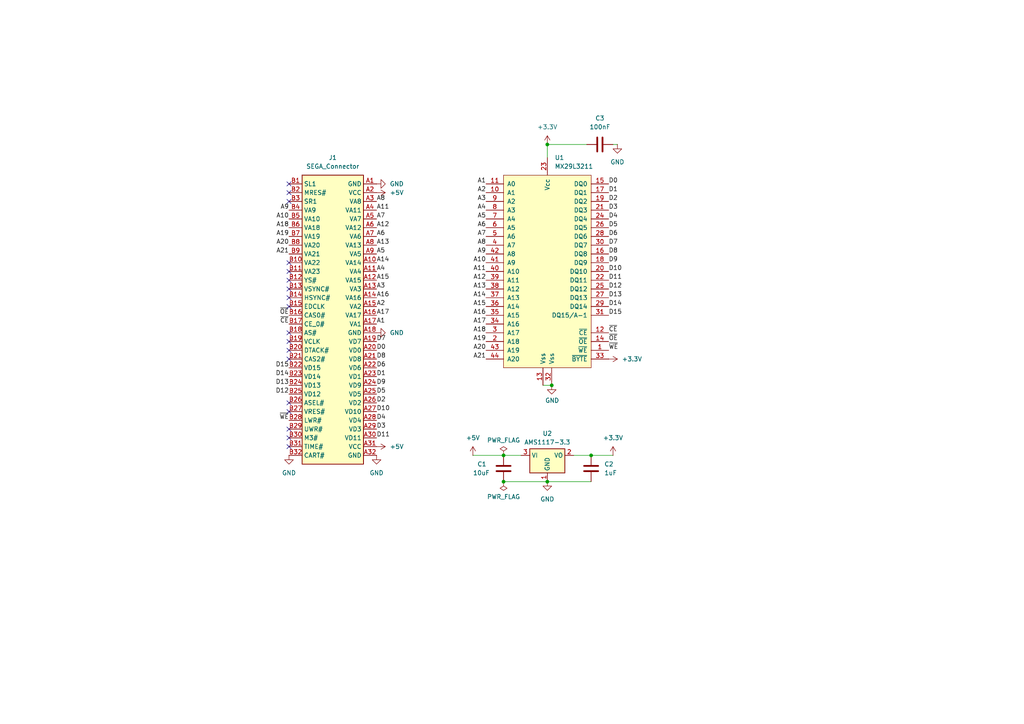
<source format=kicad_sch>
(kicad_sch (version 20250114) (generator "eeschema") (generator_version "9.0")
  (paper "A4")
  (title_block (title "SEGA MD Cart SOP") (date "2026-02-10") (company "JRBVZ"))
  (lib_symbols
    (symbol "Device:C" (pin_numbers (hide yes)) (pin_names (offset 0.254))
      (property "Reference" "C" (at 0.635 2.54 0))
      (property "Value" "C" (at 0.635 -2.54 0))
      (symbol "C_0_1"
        (polyline (pts (xy -2.032 0.762) (xy 2.032 0.762)) (stroke (width 0.508)))
        (polyline (pts (xy -2.032 -0.762) (xy 2.032 -0.762)) (stroke (width 0.508)))
      )
      (symbol "C_1_1"
        (pin passive line (at 0 3.81 270) (length 2.794) (name "~") (number "1"))
        (pin passive line (at 0 -3.81 90) (length 2.794) (name "~") (number "2"))
      )
    )
    (symbol "Regulator_Linear:AMS1117-3.3"
      (property "Reference" "U" (at -3.81 3.175 0))
      (property "Value" "AMS1117-3.3" (at 0 3.175 0))
      (symbol "AMS1117-3.3_0_1"
        (rectangle (start -5.08 -5.08) (end 5.08 1.905) (stroke (width 0.254)) (fill (type background)))
      )
      (symbol "AMS1117-3.3_1_1"
        (pin power_in line (at -7.62 0 0) (length 2.54) (name "VI") (number "3"))
        (pin power_in line (at 0 -7.62 90) (length 2.54) (name "GND") (number "1"))
        (pin power_out line (at 7.62 0 180) (length 2.54) (name "VO") (number "2"))
      )
    )
    (symbol "SEGAv2:MX29L3211" (pin_names (offset 1.016))
      (property "Reference" "U" (at -11.684 19.05 0))
      (property "Value" "MX29L3211" (at 7.112 19.05 0))
      (symbol "MX29L3211_0_1"
        (rectangle (start -12.7 17.78) (end 12.7 -38.1) (fill (type background)))
      )
      (symbol "MX29L3211_1_1"
        (pin input line (at -17.78 15.24 0) (length 5.08) (name "A0") (number "11"))
        (pin input line (at -17.78 12.7 0) (length 5.08) (name "A1") (number "10"))
        (pin input line (at -17.78 10.16 0) (length 5.08) (name "A2") (number "9"))
        (pin input line (at -17.78 7.62 0) (length 5.08) (name "A3") (number "8"))
        (pin input line (at -17.78 5.08 0) (length 5.08) (name "A4") (number "7"))
        (pin input line (at -17.78 2.54 0) (length 5.08) (name "A5") (number "6"))
        (pin input line (at -17.78 0 0) (length 5.08) (name "A6") (number "5"))
        (pin input line (at -17.78 -2.54 0) (length 5.08) (name "A7") (number "4"))
        (pin input line (at -17.78 -5.08 0) (length 5.08) (name "A8") (number "42"))
        (pin input line (at -17.78 -7.62 0) (length 5.08) (name "A9") (number "41"))
        (pin input line (at -17.78 -10.16 0) (length 5.08) (name "A10") (number "40"))
        (pin input line (at -17.78 -12.7 0) (length 5.08) (name "A11") (number "39"))
        (pin input line (at -17.78 -15.24 0) (length 5.08) (name "A12") (number "38"))
        (pin input line (at -17.78 -17.78 0) (length 5.08) (name "A13") (number "37"))
        (pin input line (at -17.78 -20.32 0) (length 5.08) (name "A14") (number "36"))
        (pin input line (at -17.78 -22.86 0) (length 5.08) (name "A15") (number "35"))
        (pin input line (at -17.78 -25.4 0) (length 5.08) (name "A16") (number "34"))
        (pin input line (at -17.78 -27.94 0) (length 5.08) (name "A17") (number "3"))
        (pin input line (at -17.78 -30.48 0) (length 5.08) (name "A18") (number "2"))
        (pin input line (at -17.78 -33.02 0) (length 5.08) (name "A19") (number "43"))
        (pin input line (at -17.78 -35.56 0) (length 5.08) (name "A20") (number "44"))
        (pin power_in line (at -1.27 -43.18 90) (length 5.08) (name "Vss") (number "13"))
        (pin power_in line (at 0 22.86 270) (length 5.08) (name "Vcc") (number "23"))
        (pin power_in line (at 1.27 -43.18 90) (length 5.08) (name "Vss") (number "32"))
        (pin bidirectional line (at 17.78 15.24 180) (length 5.08) (name "DQ0") (number "15"))
        (pin bidirectional line (at 17.78 12.7 180) (length 5.08) (name "DQ1") (number "17"))
        (pin bidirectional line (at 17.78 10.16 180) (length 5.08) (name "DQ2") (number "19"))
        (pin bidirectional line (at 17.78 7.62 180) (length 5.08) (name "DQ3") (number "21"))
        (pin bidirectional line (at 17.78 5.08 180) (length 5.08) (name "DQ4") (number "24"))
        (pin bidirectional line (at 17.78 2.54 180) (length 5.08) (name "DQ5") (number "26"))
        (pin bidirectional line (at 17.78 0 180) (length 5.08) (name "DQ6") (number "28"))
        (pin bidirectional line (at 17.78 -2.54 180) (length 5.08) (name "DQ7") (number "30"))
        (pin bidirectional line (at 17.78 -5.08 180) (length 5.08) (name "DQ8") (number "16"))
        (pin bidirectional line (at 17.78 -7.62 180) (length 5.08) (name "DQ9") (number "18"))
        (pin bidirectional line (at 17.78 -10.16 180) (length 5.08) (name "DQ10") (number "20"))
        (pin bidirectional line (at 17.78 -12.7 180) (length 5.08) (name "DQ11") (number "22"))
        (pin bidirectional line (at 17.78 -15.24 180) (length 5.08) (name "DQ12") (number "25"))
        (pin bidirectional line (at 17.78 -17.78 180) (length 5.08) (name "DQ13") (number "27"))
        (pin bidirectional line (at 17.78 -20.32 180) (length 5.08) (name "DQ14") (number "29"))
        (pin bidirectional line (at 17.78 -22.86 180) (length 5.08) (name "DQ15/A-1") (number "31"))
        (pin input line (at 17.78 -27.94 180) (length 5.08) (name "~{CE}") (number "12"))
        (pin input line (at 17.78 -30.48 180) (length 5.08) (name "~{OE}") (number "14"))
        (pin input line (at 17.78 -33.02 180) (length 5.08) (name "~{WE}") (number "1"))
        (pin input line (at 17.78 -35.56 180) (length 5.08) (name "~{BYTE}") (number "33"))
      )
    )
    (symbol "SEGAv2:SEGA_Connector"
      (property "Reference" "J" (at -8.89 43.18 0))
      (property "Value" "SEGA_Connector" (at 8.89 43.18 0))
      (symbol "SEGA_Connector_0_1"
        (rectangle (start -8.89 41.91) (end 8.89 -41.91) (stroke (width 0.254)) (fill (type background)))
      )
      (symbol "SEGA_Connector_1_1"
        (pin passive line (at -12.7 39.37 0) (length 3.81) (name "SL1") (number "B1"))
        (pin passive line (at -12.7 36.83 0) (length 3.81) (name "MRES#") (number "B2"))
        (pin passive line (at -12.7 34.29 0) (length 3.81) (name "SR1") (number "B3"))
        (pin passive line (at -12.7 31.75 0) (length 3.81) (name "VA9") (number "B4"))
        (pin passive line (at -12.7 29.21 0) (length 3.81) (name "VA10") (number "B5"))
        (pin passive line (at -12.7 26.67 0) (length 3.81) (name "VA18") (number "B6"))
        (pin passive line (at -12.7 24.13 0) (length 3.81) (name "VA19") (number "B7"))
        (pin passive line (at -12.7 21.59 0) (length 3.81) (name "VA20") (number "B8"))
        (pin passive line (at -12.7 19.05 0) (length 3.81) (name "VA21") (number "B9"))
        (pin passive line (at -12.7 16.51 0) (length 3.81) (name "VA22") (number "B10"))
        (pin passive line (at -12.7 13.97 0) (length 3.81) (name "VA23") (number "B11"))
        (pin passive line (at -12.7 11.43 0) (length 3.81) (name "YS#") (number "B12"))
        (pin passive line (at -12.7 8.89 0) (length 3.81) (name "VSYNC#") (number "B13"))
        (pin passive line (at -12.7 6.35 0) (length 3.81) (name "HSYNC#") (number "B14"))
        (pin passive line (at -12.7 3.81 0) (length 3.81) (name "EDCLK") (number "B15"))
        (pin passive line (at -12.7 1.27 0) (length 3.81) (name "CAS0#") (number "B16"))
        (pin passive line (at -12.7 -1.27 0) (length 3.81) (name "CE_0#") (number "B17"))
        (pin passive line (at -12.7 -3.81 0) (length 3.81) (name "AS#") (number "B18"))
        (pin passive line (at -12.7 -6.35 0) (length 3.81) (name "VCLK") (number "B19"))
        (pin passive line (at -12.7 -8.89 0) (length 3.81) (name "DTACK#") (number "B20"))
        (pin passive line (at -12.7 -11.43 0) (length 3.81) (name "CAS2#") (number "B21"))
        (pin passive line (at -12.7 -13.97 0) (length 3.81) (name "VD15") (number "B22"))
        (pin passive line (at -12.7 -16.51 0) (length 3.81) (name "VD14") (number "B23"))
        (pin passive line (at -12.7 -19.05 0) (length 3.81) (name "VD13") (number "B24"))
        (pin passive line (at -12.7 -21.59 0) (length 3.81) (name "VD12") (number "B25"))
        (pin passive line (at -12.7 -24.13 0) (length 3.81) (name "ASEL#") (number "B26"))
        (pin passive line (at -12.7 -26.67 0) (length 3.81) (name "VRES#") (number "B27"))
        (pin passive line (at -12.7 -29.21 0) (length 3.81) (name "LWR#") (number "B28"))
        (pin passive line (at -12.7 -31.75 0) (length 3.81) (name "UWR#") (number "B29"))
        (pin passive line (at -12.7 -34.29 0) (length 3.81) (name "M3#") (number "B30"))
        (pin passive line (at -12.7 -36.83 0) (length 3.81) (name "TIME#") (number "B31"))
        (pin passive line (at -12.7 -39.37 0) (length 3.81) (name "CART#") (number "B32"))
        (pin passive line (at 12.7 39.37 180) (length 3.81) (name "GND") (number "A1"))
        (pin power_in line (at 12.7 36.83 180) (length 3.81) (name "VCC") (number "A2"))
        (pin passive line (at 12.7 34.29 180) (length 3.81) (name "VA8") (number "A3"))
        (pin passive line (at 12.7 31.75 180) (length 3.81) (name "VA11") (number "A4"))
        (pin passive line (at 12.7 29.21 180) (length 3.81) (name "VA7") (number "A5"))
        (pin passive line (at 12.7 26.67 180) (length 3.81) (name "VA12") (number "A6"))
        (pin passive line (at 12.7 24.13 180) (length 3.81) (name "VA6") (number "A7"))
        (pin passive line (at 12.7 21.59 180) (length 3.81) (name "VA13") (number "A8"))
        (pin passive line (at 12.7 19.05 180) (length 3.81) (name "VA5") (number "A9"))
        (pin passive line (at 12.7 16.51 180) (length 3.81) (name "VA14") (number "A10"))
        (pin passive line (at 12.7 13.97 180) (length 3.81) (name "VA4") (number "A11"))
        (pin passive line (at 12.7 11.43 180) (length 3.81) (name "VA15") (number "A12"))
        (pin passive line (at 12.7 8.89 180) (length 3.81) (name "VA3") (number "A13"))
        (pin passive line (at 12.7 6.35 180) (length 3.81) (name "VA16") (number "A14"))
        (pin passive line (at 12.7 3.81 180) (length 3.81) (name "VA2") (number "A15"))
        (pin passive line (at 12.7 1.27 180) (length 3.81) (name "VA17") (number "A16"))
        (pin passive line (at 12.7 -1.27 180) (length 3.81) (name "VA1") (number "A17"))
        (pin passive line (at 12.7 -3.81 180) (length 3.81) (name "GND") (number "A18"))
        (pin passive line (at 12.7 -6.35 180) (length 3.81) (name "VD7") (number "A19"))
        (pin passive line (at 12.7 -8.89 180) (length 3.81) (name "VD0") (number "A20"))
        (pin passive line (at 12.7 -11.43 180) (length 3.81) (name "VD8") (number "A21"))
        (pin passive line (at 12.7 -13.97 180) (length 3.81) (name "VD6") (number "A22"))
        (pin passive line (at 12.7 -16.51 180) (length 3.81) (name "VD1") (number "A23"))
        (pin passive line (at 12.7 -19.05 180) (length 3.81) (name "VD9") (number "A24"))
        (pin passive line (at 12.7 -21.59 180) (length 3.81) (name "VD5") (number "A25"))
        (pin passive line (at 12.7 -24.13 180) (length 3.81) (name "VD2") (number "A26"))
        (pin passive line (at 12.7 -26.67 180) (length 3.81) (name "VD10") (number "A27"))
        (pin passive line (at 12.7 -29.21 180) (length 3.81) (name "VD4") (number "A28"))
        (pin passive line (at 12.7 -31.75 180) (length 3.81) (name "VD3") (number "A29"))
        (pin passive line (at 12.7 -34.29 180) (length 3.81) (name "VD11") (number "A30"))
        (pin power_in line (at 12.7 -36.83 180) (length 3.81) (name "VCC") (number "A31"))
        (pin passive line (at 12.7 -39.37 180) (length 3.81) (name "GND") (number "A32"))
      )
    )
    (symbol "power:+3.3V" (power) (pin_numbers (hide yes)) (pin_names (offset 0) (hide yes))
      (property "Value" "+3.3V" (at 0 3.556 0))
      (symbol "+3.3V_0_1"
        (polyline (pts (xy -0.762 1.27) (xy 0 2.54)))
        (polyline (pts (xy 0 2.54) (xy 0.762 1.27)))
        (polyline (pts (xy 0 0) (xy 0 2.54)))
      )
      (symbol "+3.3V_1_1"
        (pin power_in line (at 0 0 90) (length 0) (name "~") (number "1"))
      )
    )
    (symbol "power:+5V" (power) (pin_numbers (hide yes)) (pin_names (offset 0) (hide yes))
      (property "Value" "+5V" (at 0 3.556 0))
      (symbol "+5V_0_1"
        (polyline (pts (xy -0.762 1.27) (xy 0 2.54)))
        (polyline (pts (xy 0 2.54) (xy 0.762 1.27)))
        (polyline (pts (xy 0 0) (xy 0 2.54)))
      )
      (symbol "+5V_1_1"
        (pin power_in line (at 0 0 90) (length 0) (name "~") (number "1"))
      )
    )
    (symbol "power:GND" (power) (pin_numbers (hide yes)) (pin_names (offset 0) (hide yes))
      (property "Value" "GND" (at 0 -3.81 0))
      (symbol "GND_0_1"
        (polyline (pts (xy 0 0) (xy 0 -1.27) (xy 1.27 -1.27) (xy 0 -2.54) (xy -1.27 -1.27) (xy 0 -1.27)))
      )
      (symbol "GND_1_1"
        (pin power_in line (at 0 0 270) (length 0) (name "~") (number "1"))
      )
    )
    (symbol "power:PWR_FLAG" (power) (pin_numbers (hide yes)) (pin_names (offset 0) (hide yes))
      (property "Value" "PWR_FLAG" (at 0 3.81 0))
      (symbol "PWR_FLAG_0_0"
        (pin power_out line (at 0 0 90) (length 0) (name "~") (number "1"))
      )
      (symbol "PWR_FLAG_0_1"
        (polyline (pts (xy 0 0) (xy 0 1.27) (xy -1.016 1.905) (xy 0 2.54) (xy 1.016 1.905) (xy 0 1.27)))
      )
    )
  )
  (junction (at 158.75 41.91))
  (junction (at 146.05 132.08))
  (junction (at 171.45 132.08))
  (junction (at 160.02 111.76))
  (junction (at 146.05 139.7))
  (junction (at 158.75 139.7))
  (no_connect (at 83.82 88.9))
  (no_connect (at 83.82 55.88))
  (no_connect (at 83.82 127))
  (no_connect (at 83.82 116.84))
  (no_connect (at 83.82 58.42))
  (no_connect (at 83.82 83.82))
  (no_connect (at 83.82 124.46))
  (no_connect (at 83.82 101.6))
  (no_connect (at 83.82 104.14))
  (no_connect (at 83.82 53.34))
  (no_connect (at 83.82 81.28))
  (no_connect (at 83.82 99.06))
  (no_connect (at 83.82 129.54))
  (no_connect (at 83.82 119.38))
  (no_connect (at 83.82 86.36))
  (no_connect (at 83.82 78.74))
  (no_connect (at 83.82 76.2))
  (no_connect (at 83.82 96.52))
  (wire (pts (xy 166.37 132.08) (xy 171.45 132.08)))
  (wire (pts (xy 146.05 132.08) (xy 151.13 132.08)))
  (wire (pts (xy 158.75 139.7) (xy 171.45 139.7)))
  (wire (pts (xy 177.8 41.91) (xy 179.07 41.91)))
  (wire (pts (xy 171.45 132.08) (xy 177.8 132.08)))
  (wire (pts (xy 157.48 111.76) (xy 160.02 111.76)))
  (wire (pts (xy 170.18 41.91) (xy 158.75 41.91)))
  (wire (pts (xy 137.16 132.08) (xy 146.05 132.08)))
  (wire (pts (xy 146.05 139.7) (xy 158.75 139.7)))
  (wire (pts (xy 158.75 41.91) (xy 158.75 45.72)))
  (label "D9" (at 176.53 76.2 0))
  (label "~{WE}" (at 83.82 121.92 180))
  (label "A14" (at 140.97 86.36 180))
  (label "A2" (at 140.97 55.88 180))
  (label "A9" (at 83.82 60.96 180))
  (label "A21" (at 140.97 104.14 180))
  (label "D14" (at 176.53 88.9 0))
  (label "A1" (at 140.97 53.34 180))
  (label "A12" (at 109.22 66.04 0))
  (label "D8" (at 109.22 104.14 0))
  (label "D11" (at 109.22 127 0))
  (label "A20" (at 140.97 101.6 180))
  (label "A2" (at 109.22 88.9 0))
  (label "~{OE}" (at 83.82 91.44 180))
  (label "A4" (at 109.22 78.74 0))
  (label "D10" (at 176.53 78.74 0))
  (label "A19" (at 140.97 99.06 180))
  (label "A6" (at 140.97 66.04 180))
  (label "A14" (at 109.22 76.2 0))
  (label "D15" (at 83.82 106.68 180))
  (label "D4" (at 109.22 121.92 0))
  (label "D1" (at 109.22 109.22 0))
  (label "D0" (at 176.53 53.34 0))
  (label "D15" (at 176.53 91.44 0))
  (label "~{WE}" (at 176.53 101.6 0))
  (label "A18" (at 83.82 66.04 180))
  (label "A8" (at 140.97 71.12 180))
  (label "D0" (at 109.22 101.6 0))
  (label "D7" (at 109.22 99.06 0))
  (label "A17" (at 109.22 91.44 0))
  (label "A7" (at 140.97 68.58 180))
  (label "D4" (at 176.53 63.5 0))
  (label "D6" (at 176.53 68.58 0))
  (label "~{CE}" (at 83.82 93.98 180))
  (label "A5" (at 140.97 63.5 180))
  (label "D3" (at 109.22 124.46 0))
  (label "A21" (at 83.82 73.66 180))
  (label "A13" (at 109.22 71.12 0))
  (label "D2" (at 109.22 116.84 0))
  (label "D12" (at 176.53 83.82 0))
  (label "D10" (at 109.22 119.38 0))
  (label "A7" (at 109.22 63.5 0))
  (label "D8" (at 176.53 73.66 0))
  (label "A8" (at 109.22 58.42 0))
  (label "A6" (at 109.22 68.58 0))
  (label "A3" (at 109.22 83.82 0))
  (label "D5" (at 109.22 114.3 0))
  (label "A15" (at 140.97 88.9 180))
  (label "~{OE}" (at 176.53 99.06 0))
  (label "D7" (at 176.53 71.12 0))
  (label "A20" (at 83.82 71.12 180))
  (label "A16" (at 109.22 86.36 0))
  (label "A1" (at 109.22 93.98 0))
  (label "A19" (at 83.82 68.58 180))
  (label "A10" (at 140.97 76.2 180))
  (label "A4" (at 140.97 60.96 180))
  (label "D13" (at 83.82 111.76 180))
  (label "D12" (at 83.82 114.3 180))
  (label "A11" (at 140.97 78.74 180))
  (label "~{CE}" (at 176.53 96.52 0))
  (label "A11" (at 109.22 60.96 0))
  (label "A12" (at 140.97 81.28 180))
  (label "D1" (at 176.53 55.88 0))
  (label "D5" (at 176.53 66.04 0))
  (label "D13" (at 176.53 86.36 0))
  (label "A18" (at 140.97 96.52 180))
  (label "A3" (at 140.97 58.42 180))
  (label "A10" (at 83.82 63.5 180))
  (label "D11" (at 176.53 81.28 0))
  (label "A17" (at 140.97 93.98 180))
  (label "D14" (at 83.82 109.22 180))
  (label "A15" (at 109.22 81.28 0))
  (label "A5" (at 109.22 73.66 0))
  (label "A13" (at 140.97 83.82 180))
  (label "D9" (at 109.22 111.76 0))
  (label "A9" (at 140.97 73.66 180))
  (label "A16" (at 140.97 91.44 180))
  (label "D6" (at 109.22 106.68 0))
  (label "D2" (at 176.53 58.42 0))
  (label "D3" (at 176.53 60.96 0))
  (symbol (lib_id "power:GND") (at 160.02 111.76 0) (unit 1)
    (property "Reference" "#PWR0102" (effects (hide yes)))
    (property "Value" "GND" (at 160.147 116.1542 0))
  )
  (symbol (lib_id "power:+3.3V") (at 176.53 104.14 270) (unit 1)
    (property "Reference" "#PWR04" (effects (hide yes)))
    (property "Value" "+3.3V" (at 180.34 104.1399 90) (effects (justify left)))
    (property "Description" "Power symbol creates a global label with name \"+3.3V\"" (effects (hide yes)))
  )
  (symbol (lib_id "power:+3.3V") (at 158.75 41.91 0) (unit 1)
    (property "Reference" "#PWR010" (effects (hide yes)))
    (property "Value" "+3.3V" (at 158.75 36.83 0))
    (property "Description" "Power symbol creates a global label with name \"+3.3V\"" (effects (hide yes)))
  )
  (symbol (lib_id "power:GND") (at 158.75 139.7 0) (unit 1)
    (property "Reference" "#PWR02" (effects (hide yes)))
    (property "Value" "GND" (at 158.75 144.78 0))
    (property "Description" "Power symbol creates a global label with name \"GND\" , ground" (effects (hide yes)))
  )
  (symbol (lib_id "power:GND") (at 83.82 132.08 0) (unit 1)
    (property "Reference" "#PWR019" (effects (hide yes)))
    (property "Value" "GND" (at 83.82 137.16 0))
    (property "Description" "Power symbol creates a global label with name \"GND\" , ground" (effects (hide yes)))
  )
  (symbol (lib_id "Device:C") (at 171.45 135.89 0) (unit 1)
    (property "Reference" "C2" (at 175.26 134.6199 0) (effects (justify left)))
    (property "Value" "1uF" (at 175.26 137.1599 0) (effects (justify left)))
    (property "Footprint" "Capacitor_SMD:C_0805_2012Metric_Pad1.18x1.45mm_HandSolder" (effects (hide yes)))
    (property "Description" "Unpolarized capacitor" (effects (hide yes)))
  )
  (symbol (lib_id "power:GND") (at 109.22 132.08 0) (unit 1)
    (property "Reference" "#PWR014" (effects (hide yes)))
    (property "Value" "GND" (at 109.22 137.16 0))
    (property "Description" "Power symbol creates a global label with name \"GND\" , ground" (effects (hide yes)))
  )
  (symbol (lib_id "power:GND") (at 109.22 96.52 90) (unit 1)
    (property "Reference" "#PWR015" (effects (hide yes)))
    (property "Value" "GND" (at 113.03 96.52 90) (effects (justify right)))
    (property "Description" "Power symbol creates a global label with name \"GND\" , ground" (effects (hide yes)))
  )
  (symbol (lib_id "Device:C") (at 146.05 135.89 0) (unit 1)
    (property "Reference" "C1" (at 138.43 134.62 0) (effects (justify left)))
    (property "Value" "10uF" (at 137.16 137.16 0) (effects (justify left)))
    (property "Footprint" "Capacitor_SMD:C_0805_2012Metric_Pad1.18x1.45mm_HandSolder" (effects (hide yes)))
    (property "Description" "Unpolarized capacitor" (effects (hide yes)))
  )
  (symbol (lib_id "power:+5V") (at 109.22 129.54 270) (unit 1)
    (property "Reference" "#PWR018" (effects (hide yes)))
    (property "Value" "+5V" (at 113.03 129.54 90) (effects (justify left)))
    (property "Description" "Power symbol creates a global label with name \"+5V\"" (effects (hide yes)))
  )
  (symbol (lib_id "power:+3.3V") (at 177.8 132.08 0) (unit 1)
    (property "Reference" "#PWR03" (effects (hide yes)))
    (property "Value" "+3.3V" (at 177.8 127 0))
    (property "Description" "Power symbol creates a global label with name \"+3.3V\"" (effects (hide yes)))
  )
  (symbol (lib_id "power:PWR_FLAG") (at 146.05 132.08 0) (unit 1)
    (property "Reference" "#FLG01" (effects (hide yes)))
    (property "Value" "PWR_FLAG" (at 146.05 127.6858 0))
    (property "Description" "Special symbol for telling ERC where power comes from" (effects (hide yes)))
  )
  (symbol (lib_id "SEGAv2:SEGA_Connector") (at 96.52 92.71 0) (unit 1) (in_bom no)
    (property "Reference" "J1" (at 96.52 45.72 0))
    (property "Value" "SEGA_Connector" (at 96.52 48.26 0))
    (property "Footprint" "SEGA-Cart_lib:SEGA_Connector" (effects (hide yes)))
    (property "Description" "SEGA Connector" (effects (hide yes)))
  )
  (symbol (lib_id "power:GND") (at 179.07 41.91 0) (unit 1)
    (property "Reference" "#PWR011" (effects (hide yes)))
    (property "Value" "GND" (at 179.07 46.99 0))
    (property "Description" "Power symbol creates a global label with name \"GND\" , ground" (effects (hide yes)))
  )
  (symbol (lib_id "power:GND") (at 109.22 53.34 90) (unit 1)
    (property "Reference" "#PWR016" (effects (hide yes)))
    (property "Value" "GND" (at 113.03 53.34 90) (effects (justify right)))
    (property "Description" "Power symbol creates a global label with name \"GND\" , ground" (effects (hide yes)))
  )
  (symbol (lib_id "power:+5V") (at 109.22 55.88 270) (unit 1)
    (property "Reference" "#PWR017" (effects (hide yes)))
    (property "Value" "+5V" (at 113.03 55.88 90) (effects (justify left)))
    (property "Description" "Power symbol creates a global label with name \"+5V\"" (effects (hide yes)))
  )
  (symbol (lib_id "power:+5V") (at 137.16 132.08 0) (unit 1)
    (property "Reference" "#PWR01" (effects (hide yes)))
    (property "Value" "+5V" (at 137.16 127 0))
    (property "Description" "Power symbol creates a global label with name \"+5V\"" (effects (hide yes)))
  )
  (symbol (lib_id "Device:C") (at 173.99 41.91 270) (unit 1)
    (property "Reference" "C3" (at 173.99 34.29 90))
    (property "Value" "100nF" (at 173.99 36.83 90))
    (property "Footprint" "Capacitor_SMD:C_0805_2012Metric_Pad1.18x1.45mm_HandSolder" (effects (hide yes)))
    (property "Description" "Unpolarized capacitor" (effects (hide yes)))
  )
  (symbol (lib_id "SEGAv2:MX29L3211") (at 158.75 68.58 0) (unit 1)
    (property "Reference" "U1" (at 160.8933 45.72 0) (effects (justify left)))
    (property "Value" "MX29L3211" (at 160.8933 48.26 0) (effects (justify left)))
    (property "Footprint" "SEGA-Cart_lib:SOP-44_P1.27mm_HandSolder" (effects (hide yes)))
    (property "Description" "MX29L3211 Flash Memory SOP-44" (effects (hide yes)))
  )
  (symbol (lib_id "Regulator_Linear:AMS1117-3.3") (at 158.75 132.08 0) (unit 1)
    (property "Reference" "U2" (at 158.75 125.73 0))
    (property "Value" "AMS1117-3.3" (at 158.75 128.27 0))
    (property "Footprint" "Package_TO_SOT_SMD:SOT-223-3_TabPin2" (effects (hide yes)))
    (property "Datasheet" "http://www.advanced-monolithic.com/pdf/ds1117.pdf" (effects (hide yes)))
    (property "Description" "1A Low Dropout regulator, positive, 3.3V fixed output, SOT-223" (effects (hide yes)))
  )
  (symbol (lib_id "power:PWR_FLAG") (at 146.05 139.7 180) (unit 1)
    (property "Reference" "#FLG02" (effects (hide yes)))
    (property "Value" "PWR_FLAG" (at 146.05 144.0942 0))
    (property "Description" "Special symbol for telling ERC where power comes from" (effects (hide yes)))
  )
)
</source>
